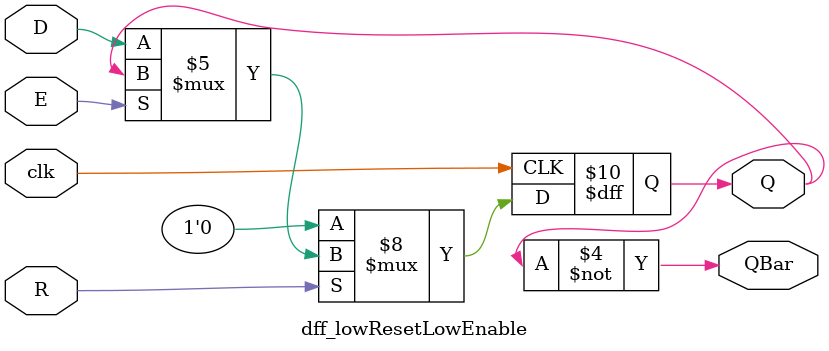
<source format=v>

module dff_lowResetLowEnable(
	input      D, clk, R, E,
	output reg Q,
	output     QBar
	);
	
	always @(posedge clk)
	begin
		if (R == 1'b0)
			Q<=1'b0;
		else if (E == 1'b0)
			Q <= D;
	end
	
	assign QBar = ~Q;
	
endmodule

</source>
